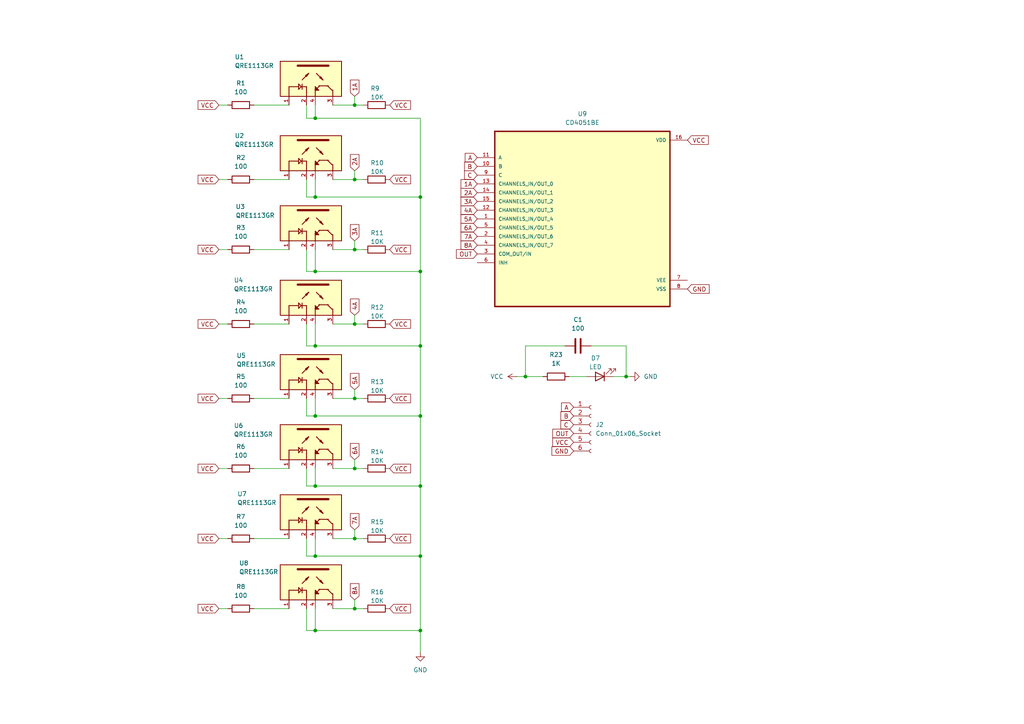
<source format=kicad_sch>
(kicad_sch (version 20231120) (generator "eeschema") (generator_version "8.0")
  (paper "A4")
  (lib_symbols
    (symbol "CD4051BE:CD4051BE" (pin_names (offset 1.016))
      (property "Reference" "U" (at -25.4 26.4 0))
      (property "Value" "CD4051BE" (at -25.4 -29.4 0))
      (symbol "CD4051BE_0_0"
        (rectangle (start -25.4 -25.4) (end 25.4 25.4) (stroke (width 0.41)) (fill (type background)))
        (pin input line (at -30.48 0 0) (length 5.08) (name "CHANNELS_IN/OUT_4") (number "1"))
        (pin input line (at -30.48 15.24 0) (length 5.08) (name "B") (number "10"))
        (pin input line (at -30.48 17.78 0) (length 5.08) (name "A") (number "11"))
        (pin input line (at -30.48 2.54 0) (length 5.08) (name "CHANNELS_IN/OUT_3") (number "12"))
        (pin input line (at -30.48 10.16 0) (length 5.08) (name "CHANNELS_IN/OUT_0") (number "13"))
        (pin input line (at -30.48 7.62 0) (length 5.08) (name "CHANNELS_IN/OUT_1") (number "14"))
        (pin input line (at -30.48 5.08 0) (length 5.08) (name "CHANNELS_IN/OUT_2") (number "15"))
        (pin power_in line (at 30.48 22.86 180) (length 5.08) (name "VDD") (number "16"))
        (pin input line (at -30.48 -5.08 0) (length 5.08) (name "CHANNELS_IN/OUT_6") (number "2"))
        (pin input line (at -30.48 -10.16 0) (length 5.08) (name "COM_OUT/IN") (number "3"))
        (pin input line (at -30.48 -7.62 0) (length 5.08) (name "CHANNELS_IN/OUT_7") (number "4"))
        (pin input line (at -30.48 -2.54 0) (length 5.08) (name "CHANNELS_IN/OUT_5") (number "5"))
        (pin input line (at -30.48 -12.7 0) (length 5.08) (name "INH") (number "6"))
        (pin power_in line (at 30.48 -17.78 180) (length 5.08) (name "VEE") (number "7"))
        (pin power_in line (at 30.48 -20.32 180) (length 5.08) (name "VSS") (number "8"))
        (pin input line (at -30.48 12.7 0) (length 5.08) (name "C") (number "9"))
      )
    )
    (symbol "Connector:Conn_01x06_Socket" (pin_names (offset 1.016) hide)
      (property "Reference" "J" (at 0 7.62 0))
      (property "Value" "Conn_01x06_Socket" (at 0 -10.16 0))
      (symbol "Conn_01x06_Socket_1_1"
        (arc (start 0 -7.112) (mid -0.5058 -7.62) (end 0 -8.128) (stroke (width 0.1524)))
        (arc (start 0 -4.572) (mid -0.5058 -5.08) (end 0 -5.588) (stroke (width 0.1524)))
        (arc (start 0 -2.032) (mid -0.5058 -2.54) (end 0 -3.048) (stroke (width 0.1524)))
        (polyline (pts (xy -1.27 -7.62) (xy -0.508 -7.62)) (stroke (width 0.1524)))
        (polyline (pts (xy -1.27 -5.08) (xy -0.508 -5.08)) (stroke (width 0.1524)))
        (polyline (pts (xy -1.27 -2.54) (xy -0.508 -2.54)) (stroke (width 0.1524)))
        (polyline (pts (xy -1.27 0) (xy -0.508 0)) (stroke (width 0.1524)))
        (polyline (pts (xy -1.27 2.54) (xy -0.508 2.54)) (stroke (width 0.1524)))
        (polyline (pts (xy -1.27 5.08) (xy -0.508 5.08)) (stroke (width 0.1524)))
        (arc (start 0 0.508) (mid -0.5058 0) (end 0 -0.508) (stroke (width 0.1524)))
        (arc (start 0 3.048) (mid -0.5058 2.54) (end 0 2.032) (stroke (width 0.1524)))
        (arc (start 0 5.588) (mid -0.5058 5.08) (end 0 4.572) (stroke (width 0.1524)))
        (pin passive line (at -5.08 5.08 0) (length 3.81) (name "Pin_1") (number "1"))
        (pin passive line (at -5.08 2.54 0) (length 3.81) (name "Pin_2") (number "2"))
        (pin passive line (at -5.08 0 0) (length 3.81) (name "Pin_3") (number "3"))
        (pin passive line (at -5.08 -2.54 0) (length 3.81) (name "Pin_4") (number "4"))
        (pin passive line (at -5.08 -5.08 0) (length 3.81) (name "Pin_5") (number "5"))
        (pin passive line (at -5.08 -7.62 0) (length 3.81) (name "Pin_6") (number "6"))
      )
    )
    (symbol "Device:C" (pin_numbers hide) (pin_names (offset 0.254))
      (property "Reference" "C" (at 0.635 2.54 0))
      (property "Value" "C" (at 0.635 -2.54 0))
      (symbol "C_0_1"
        (polyline (pts (xy -2.032 -0.762) (xy 2.032 -0.762)) (stroke (width 0.508)))
        (polyline (pts (xy -2.032 0.762) (xy 2.032 0.762)) (stroke (width 0.508)))
      )
      (symbol "C_1_1"
        (pin passive line (at 0 3.81 270) (length 2.794) (name "~") (number "1"))
        (pin passive line (at 0 -3.81 90) (length 2.794) (name "~") (number "2"))
      )
    )
    (symbol "Device:LED" (pin_numbers hide) (pin_names (offset 1.016) hide)
      (property "Reference" "D" (at 0 2.54 0))
      (property "Value" "LED" (at 0 -2.54 0))
      (symbol "LED_0_1"
        (polyline (pts (xy -1.27 -1.27) (xy -1.27 1.27)) (stroke (width 0.254)))
        (polyline (pts (xy -1.27 0) (xy 1.27 0)))
        (polyline (pts (xy 1.27 -1.27) (xy 1.27 1.27) (xy -1.27 0) (xy 1.27 -1.27)) (stroke (width 0.254)))
        (polyline (pts (xy -3.048 -0.762) (xy -4.572 -2.286) (xy -3.81 -2.286) (xy -4.572 -2.286) (xy -4.572 -1.524)))
        (polyline (pts (xy -1.778 -0.762) (xy -3.302 -2.286) (xy -2.54 -2.286) (xy -3.302 -2.286) (xy -3.302 -1.524)))
      )
      (symbol "LED_1_1"
        (pin passive line (at -3.81 0 0) (length 2.54) (name "K") (number "1"))
        (pin passive line (at 3.81 0 180) (length 2.54) (name "A") (number "2"))
      )
    )
    (symbol "Device:R" (pin_numbers hide) (pin_names (offset 0))
      (property "Reference" "R" (at 2.032 0 90))
      (property "Value" "R" (at 0 0 90))
      (symbol "R_0_1"
        (rectangle (start -1.016 -2.54) (end 1.016 2.54) (stroke (width 0.254)))
      )
      (symbol "R_1_1"
        (pin passive line (at 0 3.81 270) (length 1.27) (name "~") (number "1"))
        (pin passive line (at 0 -3.81 90) (length 1.27) (name "~") (number "2"))
      )
    )
    (symbol "QRE1113GR:QRE1113GR" (pin_names (offset 1.016))
      (property "Reference" "U" (at -5.08 10.795 0))
      (property "Value" "QRE1113GR" (at -5.08 -10.16 0))
      (symbol "QRE1113GR_0_0"
        (rectangle (start -5.08 -7.62) (end 5.08 10.16) (stroke (width 0.254)) (fill (type background)))
        (polyline (pts (xy -3.81 6.35) (xy -3.81 -2.54)) (stroke (width 0.635)))
        (polyline (pts (xy -1.5875 0.635) (xy -0.9525 -0.3175)) (stroke (width 0.254)))
        (polyline (pts (xy -1.5875 0.635) (xy -0.635 0)) (stroke (width 0.254)))
        (polyline (pts (xy -1.5875 2.8575) (xy 0.3175 4.7625)) (stroke (width 0.254)))
        (polyline (pts (xy 0.3175 -1.27) (xy -1.5875 0.635)) (stroke (width 0.254)))
        (polyline (pts (xy 0.3175 4.7625) (xy -0.635 4.1275)) (stroke (width 0.254)))
        (polyline (pts (xy 0.3175 4.7625) (xy -0.3175 3.81)) (stroke (width 0.254)))
        (polyline (pts (xy 2.032 3.81) (xy 2.032 3.556)) (stroke (width 0.254)))
        (polyline (pts (xy 2.032 3.81) (xy 3.302 2.54)) (stroke (width 0.254)))
        (polyline (pts (xy 2.032 6.096) (xy 2.032 3.81)) (stroke (width 0.254)))
        (polyline (pts (xy 2.032 6.096) (xy 2.032 6.35)) (stroke (width 0.254)))
        (polyline (pts (xy 2.286 -5.08) (xy 2.286 -2.286)) (stroke (width 0.254)))
        (polyline (pts (xy 2.286 -2.286) (xy 1.524 -2.286)) (stroke (width 0.254)))
        (polyline (pts (xy 2.286 -2.286) (xy 3.048 -2.286)) (stroke (width 0.254)))
        (polyline (pts (xy 2.286 -1.524) (xy 1.524 -2.286)) (stroke (width 0.254)))
        (polyline (pts (xy 2.286 -1.27) (xy 2.286 0)) (stroke (width 0.254)))
        (polyline (pts (xy 2.286 0) (xy 5.08 0)) (stroke (width 0.254)))
        (polyline (pts (xy 2.286 2.54) (xy 3.048 2.54)) (stroke (width 0.254)))
        (polyline (pts (xy 2.54 2.794) (xy 2.286 2.54)) (stroke (width 0.254)))
        (polyline (pts (xy 2.54 2.794) (xy 2.794 2.794)) (stroke (width 0.254)))
        (polyline (pts (xy 2.794 2.794) (xy 3.048 2.54)) (stroke (width 0.254)))
        (polyline (pts (xy 3.048 -2.286) (xy 2.286 -1.524)) (stroke (width 0.254)))
        (polyline (pts (xy 3.048 -1.27) (xy 1.524 -1.27)) (stroke (width 0.254)))
        (polyline (pts (xy 3.048 2.54) (xy 3.048 3.048)) (stroke (width 0.254)))
        (polyline (pts (xy 3.048 2.54) (xy 3.302 2.54)) (stroke (width 0.254)))
        (polyline (pts (xy 3.048 3.048) (xy 2.794 2.794)) (stroke (width 0.254)))
        (polyline (pts (xy 3.048 3.048) (xy 3.302 3.302)) (stroke (width 0.254)))
        (polyline (pts (xy 3.302 2.54) (xy 3.302 2.794)) (stroke (width 0.254)))
        (polyline (pts (xy 3.302 2.54) (xy 5.08 2.54)) (stroke (width 0.254)))
        (polyline (pts (xy 3.302 2.794) (xy 3.048 3.048)) (stroke (width 0.254)))
        (polyline (pts (xy 3.302 2.794) (xy 3.302 3.302)) (stroke (width 0.254)))
        (polyline (pts (xy 3.302 3.302) (xy 3.302 3.556)) (stroke (width 0.254)))
        (polyline (pts (xy 3.302 3.556) (xy 2.54 2.794)) (stroke (width 0.254)))
        (polyline (pts (xy 3.302 7.366) (xy 2.032 6.096)) (stroke (width 0.254)))
        (polyline (pts (xy 3.302 7.62) (xy 3.302 7.366)) (stroke (width 0.254)))
        (polyline (pts (xy 5.08 -5.08) (xy 2.286 -5.08)) (stroke (width 0.254)))
        (polyline (pts (xy 5.08 7.62) (xy 3.302 7.62)) (stroke (width 0.254)))
        (pin passive line (at 7.62 -5.08 180) (length 2.54) (name "~") (number "1"))
        (pin passive line (at 7.62 0 180) (length 2.54) (name "~") (number "2"))
        (pin passive line (at 7.62 7.62 180) (length 2.54) (name "~") (number "3"))
        (pin passive line (at 7.62 2.54 180) (length 2.54) (name "~") (number "4"))
      )
    )
    (symbol "power:GND" (power) (pin_numbers hide) (pin_names (offset 0) hide)
      (property "Value" "GND" (at 0 -3.81 0))
      (symbol "GND_0_1"
        (polyline (pts (xy 0 0) (xy 0 -1.27) (xy 1.27 -1.27) (xy 0 -2.54) (xy -1.27 -1.27) (xy 0 -1.27)))
      )
      (symbol "GND_1_1"
        (pin power_in line (at 0 0 270) (length 0) (name "~") (number "1"))
      )
    )
    (symbol "power:VCC" (power) (pin_numbers hide) (pin_names (offset 0) hide)
      (property "Value" "VCC" (at 0 3.556 0))
      (symbol "VCC_0_1"
        (polyline (pts (xy -0.762 1.27) (xy 0 2.54)))
        (polyline (pts (xy 0 0) (xy 0 2.54)))
        (polyline (pts (xy 0 2.54) (xy 0.762 1.27)))
      )
      (symbol "VCC_1_1"
        (pin power_in line (at 0 0 90) (length 0) (name "~") (number "1"))
      )
    )
  )
  (junction (at 102.87 52.07))
  (junction (at 121.92 78.74))
  (junction (at 91.44 161.29))
  (junction (at 152.4 109.22))
  (junction (at 102.87 156.21))
  (junction (at 121.92 182.88))
  (junction (at 102.87 176.53))
  (junction (at 121.92 57.15))
  (junction (at 121.92 161.29))
  (junction (at 91.44 57.15))
  (junction (at 121.92 140.97))
  (junction (at 91.44 78.74))
  (junction (at 102.87 30.48))
  (junction (at 102.87 93.98))
  (junction (at 102.87 72.39))
  (junction (at 91.44 120.65))
  (junction (at 102.87 115.57))
  (junction (at 91.44 182.88))
  (junction (at 121.92 100.33))
  (junction (at 91.44 100.33))
  (junction (at 121.92 120.65))
  (junction (at 91.44 34.29))
  (junction (at 102.87 135.89))
  (junction (at 181.61 109.22))
  (junction (at 91.44 140.97))
  (wire (pts (xy 73.66 115.57) (xy 83.82 115.57)))
  (wire (pts (xy 102.87 173.99) (xy 102.87 176.53)))
  (wire (pts (xy 96.52 115.57) (xy 102.87 115.57)))
  (wire (pts (xy 177.8 109.22) (xy 181.61 109.22)))
  (wire (pts (xy 152.4 100.33) (xy 163.83 100.33)))
  (wire (pts (xy 102.87 135.89) (xy 105.41 135.89)))
  (wire (pts (xy 91.44 161.29) (xy 121.92 161.29)))
  (wire (pts (xy 88.9 140.97) (xy 91.44 140.97)))
  (wire (pts (xy 102.87 69.85) (xy 102.87 72.39)))
  (wire (pts (xy 63.5 176.53) (xy 66.04 176.53)))
  (wire (pts (xy 88.9 100.33) (xy 91.44 100.33)))
  (wire (pts (xy 102.87 113.03) (xy 102.87 115.57)))
  (wire (pts (xy 96.52 93.98) (xy 102.87 93.98)))
  (wire (pts (xy 88.9 156.21) (xy 88.9 161.29)))
  (wire (pts (xy 121.92 120.65) (xy 121.92 140.97)))
  (wire (pts (xy 102.87 91.44) (xy 102.87 93.98)))
  (wire (pts (xy 88.9 182.88) (xy 91.44 182.88)))
  (wire (pts (xy 96.52 72.39) (xy 102.87 72.39)))
  (wire (pts (xy 96.52 135.89) (xy 102.87 135.89)))
  (wire (pts (xy 73.66 30.48) (xy 83.82 30.48)))
  (wire (pts (xy 165.1 109.22) (xy 170.18 109.22)))
  (wire (pts (xy 73.66 52.07) (xy 83.82 52.07)))
  (wire (pts (xy 73.66 93.98) (xy 83.82 93.98)))
  (wire (pts (xy 91.44 57.15) (xy 121.92 57.15)))
  (wire (pts (xy 102.87 115.57) (xy 105.41 115.57)))
  (wire (pts (xy 88.9 161.29) (xy 91.44 161.29)))
  (wire (pts (xy 88.9 176.53) (xy 88.9 182.88)))
  (wire (pts (xy 102.87 30.48) (xy 105.41 30.48)))
  (wire (pts (xy 91.44 135.89) (xy 91.44 140.97)))
  (wire (pts (xy 149.86 109.22) (xy 152.4 109.22)))
  (wire (pts (xy 96.52 52.07) (xy 102.87 52.07)))
  (wire (pts (xy 102.87 72.39) (xy 105.41 72.39)))
  (wire (pts (xy 121.92 78.74) (xy 121.92 100.33)))
  (wire (pts (xy 88.9 115.57) (xy 88.9 120.65)))
  (wire (pts (xy 91.44 156.21) (xy 91.44 161.29)))
  (wire (pts (xy 88.9 78.74) (xy 91.44 78.74)))
  (wire (pts (xy 88.9 72.39) (xy 88.9 78.74)))
  (wire (pts (xy 181.61 100.33) (xy 181.61 109.22)))
  (wire (pts (xy 91.44 34.29) (xy 121.92 34.29)))
  (wire (pts (xy 121.92 100.33) (xy 121.92 120.65)))
  (wire (pts (xy 63.5 115.57) (xy 66.04 115.57)))
  (wire (pts (xy 121.92 182.88) (xy 121.92 189.23)))
  (wire (pts (xy 88.9 52.07) (xy 88.9 57.15)))
  (wire (pts (xy 152.4 109.22) (xy 157.48 109.22)))
  (wire (pts (xy 181.61 109.22) (xy 182.88 109.22)))
  (wire (pts (xy 121.92 34.29) (xy 121.92 57.15)))
  (wire (pts (xy 88.9 34.29) (xy 88.9 30.48)))
  (wire (pts (xy 102.87 27.94) (xy 102.87 30.48)))
  (wire (pts (xy 63.5 156.21) (xy 66.04 156.21)))
  (wire (pts (xy 91.44 30.48) (xy 91.44 34.29)))
  (wire (pts (xy 96.52 176.53) (xy 102.87 176.53)))
  (wire (pts (xy 63.5 72.39) (xy 66.04 72.39)))
  (wire (pts (xy 91.44 72.39) (xy 91.44 78.74)))
  (wire (pts (xy 102.87 52.07) (xy 105.41 52.07)))
  (wire (pts (xy 88.9 120.65) (xy 91.44 120.65)))
  (wire (pts (xy 102.87 176.53) (xy 105.41 176.53)))
  (wire (pts (xy 102.87 133.35) (xy 102.87 135.89)))
  (wire (pts (xy 102.87 156.21) (xy 105.41 156.21)))
  (wire (pts (xy 91.44 140.97) (xy 121.92 140.97)))
  (wire (pts (xy 102.87 153.67) (xy 102.87 156.21)))
  (wire (pts (xy 96.52 30.48) (xy 102.87 30.48)))
  (wire (pts (xy 88.9 135.89) (xy 88.9 140.97)))
  (wire (pts (xy 91.44 182.88) (xy 121.92 182.88)))
  (wire (pts (xy 73.66 72.39) (xy 83.82 72.39)))
  (wire (pts (xy 121.92 161.29) (xy 121.92 182.88)))
  (wire (pts (xy 88.9 93.98) (xy 88.9 100.33)))
  (wire (pts (xy 63.5 52.07) (xy 66.04 52.07)))
  (wire (pts (xy 121.92 140.97) (xy 121.92 161.29)))
  (wire (pts (xy 73.66 156.21) (xy 83.82 156.21)))
  (wire (pts (xy 91.44 176.53) (xy 91.44 182.88)))
  (wire (pts (xy 73.66 176.53) (xy 83.82 176.53)))
  (wire (pts (xy 91.44 52.07) (xy 91.44 57.15)))
  (wire (pts (xy 63.5 135.89) (xy 66.04 135.89)))
  (wire (pts (xy 152.4 100.33) (xy 152.4 109.22)))
  (wire (pts (xy 63.5 93.98) (xy 66.04 93.98)))
  (wire (pts (xy 73.66 135.89) (xy 83.82 135.89)))
  (wire (pts (xy 63.5 30.48) (xy 66.04 30.48)))
  (wire (pts (xy 121.92 57.15) (xy 121.92 78.74)))
  (wire (pts (xy 91.44 100.33) (xy 121.92 100.33)))
  (wire (pts (xy 102.87 93.98) (xy 105.41 93.98)))
  (wire (pts (xy 171.45 100.33) (xy 181.61 100.33)))
  (wire (pts (xy 96.52 156.21) (xy 102.87 156.21)))
  (wire (pts (xy 91.44 120.65) (xy 121.92 120.65)))
  (wire (pts (xy 91.44 115.57) (xy 91.44 120.65)))
  (wire (pts (xy 91.44 93.98) (xy 91.44 100.33)))
  (wire (pts (xy 88.9 57.15) (xy 91.44 57.15)))
  (wire (pts (xy 88.9 34.29) (xy 91.44 34.29)))
  (wire (pts (xy 91.44 78.74) (xy 121.92 78.74)))
  (wire (pts (xy 102.87 49.53) (xy 102.87 52.07)))
  (global_label "4A" (shape input) (at 138.43 60.96 180) (property "Intersheetrefs" "${INTERSHEET_REFS}" (effects (hide yes))))
  (global_label "8A" (shape input) (at 138.43 71.12 180) (property "Intersheetrefs" "${INTERSHEET_REFS}" (effects (hide yes))))
  (global_label "8A" (shape input) (at 102.87 173.99 90) (property "Intersheetrefs" "${INTERSHEET_REFS}" (effects (hide yes))))
  (global_label "7A" (shape input) (at 102.87 153.67 90) (property "Intersheetrefs" "${INTERSHEET_REFS}" (effects (hide yes))))
  (global_label "1A" (shape input) (at 102.87 27.94 90) (property "Intersheetrefs" "${INTERSHEET_REFS}" (effects (hide yes))))
  (global_label "VCC" (shape input) (at 113.03 30.48 0) (property "Intersheetrefs" "${INTERSHEET_REFS}" (effects (hide yes))))
  (global_label "GND" (shape input) (at 199.39 83.82 0) (property "Intersheetrefs" "${INTERSHEET_REFS}" (effects (hide yes))))
  (global_label "VCC" (shape input) (at 113.03 93.98 0) (property "Intersheetrefs" "${INTERSHEET_REFS}" (effects (hide yes))))
  (global_label "VCC" (shape input) (at 113.03 135.89 0) (property "Intersheetrefs" "${INTERSHEET_REFS}" (effects (hide yes))))
  (global_label "3A" (shape input) (at 102.87 69.85 90) (property "Intersheetrefs" "${INTERSHEET_REFS}" (effects (hide yes))))
  (global_label "GND" (shape input) (at 166.37 130.81 180) (property "Intersheetrefs" "${INTERSHEET_REFS}" (effects (hide yes))))
  (global_label "VCC" (shape input) (at 199.39 40.64 0) (property "Intersheetrefs" "${INTERSHEET_REFS}" (effects (hide yes))))
  (global_label "C" (shape input) (at 166.37 123.19 180) (property "Intersheetrefs" "${INTERSHEET_REFS}" (effects (hide yes))))
  (global_label "VCC" (shape input) (at 166.37 128.27 180) (property "Intersheetrefs" "${INTERSHEET_REFS}" (effects (hide yes))))
  (global_label "VCC" (shape input) (at 63.5 135.89 180) (property "Intersheetrefs" "${INTERSHEET_REFS}" (effects (hide yes))))
  (global_label "VCC" (shape input) (at 63.5 72.39 180) (property "Intersheetrefs" "${INTERSHEET_REFS}" (effects (hide yes))))
  (global_label "6A" (shape input) (at 102.87 133.35 90) (property "Intersheetrefs" "${INTERSHEET_REFS}" (effects (hide yes))))
  (global_label "A" (shape input) (at 138.43 45.72 180) (property "Intersheetrefs" "${INTERSHEET_REFS}" (effects (hide yes))))
  (global_label "VCC" (shape input) (at 113.03 156.21 0) (property "Intersheetrefs" "${INTERSHEET_REFS}" (effects (hide yes))))
  (global_label "VCC" (shape input) (at 63.5 115.57 180) (property "Intersheetrefs" "${INTERSHEET_REFS}" (effects (hide yes))))
  (global_label "2A" (shape input) (at 102.87 49.53 90) (property "Intersheetrefs" "${INTERSHEET_REFS}" (effects (hide yes))))
  (global_label "B" (shape input) (at 138.43 48.26 180) (property "Intersheetrefs" "${INTERSHEET_REFS}" (effects (hide yes))))
  (global_label "6A" (shape input) (at 138.43 66.04 180) (property "Intersheetrefs" "${INTERSHEET_REFS}" (effects (hide yes))))
  (global_label "2A" (shape input) (at 138.43 55.88 180) (property "Intersheetrefs" "${INTERSHEET_REFS}" (effects (hide yes))))
  (global_label "VCC" (shape input) (at 63.5 176.53 180) (property "Intersheetrefs" "${INTERSHEET_REFS}" (effects (hide yes))))
  (global_label "VCC" (shape input) (at 113.03 115.57 0) (property "Intersheetrefs" "${INTERSHEET_REFS}" (effects (hide yes))))
  (global_label "VCC" (shape input) (at 113.03 52.07 0) (property "Intersheetrefs" "${INTERSHEET_REFS}" (effects (hide yes))))
  (global_label "B" (shape input) (at 166.37 120.65 180) (property "Intersheetrefs" "${INTERSHEET_REFS}" (effects (hide yes))))
  (global_label "VCC" (shape input) (at 113.03 176.53 0) (property "Intersheetrefs" "${INTERSHEET_REFS}" (effects (hide yes))))
  (global_label "C" (shape input) (at 138.43 50.8 180) (property "Intersheetrefs" "${INTERSHEET_REFS}" (effects (hide yes))))
  (global_label "VCC" (shape input) (at 63.5 30.48 180) (property "Intersheetrefs" "${INTERSHEET_REFS}" (effects (hide yes))))
  (global_label "7A" (shape input) (at 138.43 68.58 180) (property "Intersheetrefs" "${INTERSHEET_REFS}" (effects (hide yes))))
  (global_label "5A" (shape input) (at 102.87 113.03 90) (property "Intersheetrefs" "${INTERSHEET_REFS}" (effects (hide yes))))
  (global_label "A" (shape input) (at 166.37 118.11 180) (property "Intersheetrefs" "${INTERSHEET_REFS}" (effects (hide yes))))
  (global_label "1A" (shape input) (at 138.43 53.34 180) (property "Intersheetrefs" "${INTERSHEET_REFS}" (effects (hide yes))))
  (global_label "OUT" (shape input) (at 138.43 73.66 180) (property "Intersheetrefs" "${INTERSHEET_REFS}" (effects (hide yes))))
  (global_label "VCC" (shape input) (at 63.5 52.07 180) (property "Intersheetrefs" "${INTERSHEET_REFS}" (effects (hide yes))))
  (global_label "5A" (shape input) (at 138.43 63.5 180) (property "Intersheetrefs" "${INTERSHEET_REFS}" (effects (hide yes))))
  (global_label "3A" (shape input) (at 138.43 58.42 180) (property "Intersheetrefs" "${INTERSHEET_REFS}" (effects (hide yes))))
  (global_label "VCC" (shape input) (at 113.03 72.39 0) (property "Intersheetrefs" "${INTERSHEET_REFS}" (effects (hide yes))))
  (global_label "OUT" (shape input) (at 166.37 125.73 180) (property "Intersheetrefs" "${INTERSHEET_REFS}" (effects (hide yes))))
  (global_label "4A" (shape input) (at 102.87 91.44 90) (property "Intersheetrefs" "${INTERSHEET_REFS}" (effects (hide yes))))
  (global_label "VCC" (shape input) (at 63.5 156.21 180) (property "Intersheetrefs" "${INTERSHEET_REFS}" (effects (hide yes))))
  (global_label "VCC" (shape input) (at 63.5 93.98 180) (property "Intersheetrefs" "${INTERSHEET_REFS}" (effects (hide yes))))
  (symbol (lib_id "power:GND") (at 121.92 189.23 0) (unit 1)
    (property "Reference" "#PWR01" (effects (hide yes)))
    (property "Value" "GND" (at 121.92 194.31 0))
    (property "Description" "Power symbol creates a global label with name \"GND\" , ground" (effects (hide yes)))
  )
  (symbol (lib_id "QRE1113GR:QRE1113GR") (at 88.9 64.77 270) (unit 1)
    (property "Reference" "U3" (at 68.326 59.944 90) (effects (justify left)))
    (property "Value" "QRE1113GR" (at 68.326 62.484 90) (effects (justify left)))
    (property "Footprint" "QRE1113GR:SOIC180P460X187-4N" (effects (hide yes)))
    (property "MF" "onsemi" (effects (hide yes)))
    (property "DESCRIPTION" "QRE1113 Series 30 V 50 mA Miniature Reflective Object Sensor - SMD-4" (effects (hide yes)))
    (property "PACKAGE" "SMD-4 ON Semiconductor" (effects (hide yes)))
    (property "PRICE" "None" (effects (hide yes)))
    (property "Package" "ARUSM-313-4 ON Semiconductor" (effects (hide yes)))
    (property "Check_prices" "https://www.snapeda.com/parts/QRE1113GR/Onsemi/view-part/?ref=eda" (effects (hide yes)))
    (property "STANDARD" "IPC-7351B" (effects (hide yes)))
    (property "PARTREV" "5" (effects (hide yes)))
    (property "SnapEDA_Link" "https://www.snapeda.com/parts/QRE1113GR/Onsemi/view-part/?ref=snap" (effects (hide yes)))
    (property "MP" "QRE1113GR" (effects (hide yes)))
    (property "Price" "None" (effects (hide yes)))
    (property "Description_1" "\n                        \n                            Reflective Optical Sensor 0.039 (1mm) 4-SMD, Gull Wing\n                        \n" (effects (hide yes)))
    (property "Availability" "In Stock" (effects (hide yes)))
    (property "AVAILABILITY" "Unavailable" (effects (hide yes)))
    (property "MANUFACTURER" "ON Semiconductor" (effects (hide yes)))
  )
  (symbol (lib_id "power:VCC") (at 149.86 109.22 90) (unit 1)
    (property "Reference" "#PWR04" (effects (hide yes)))
    (property "Value" "VCC" (at 146.05 109.2199 90) (effects (justify left)))
    (property "Description" "Power symbol creates a global label with name \"VCC\"" (effects (hide yes)))
  )
  (symbol (lib_id "Device:R") (at 161.29 109.22 90) (unit 1)
    (property "Reference" "R23" (at 161.29 102.87 90))
    (property "Value" "1K" (at 161.29 105.41 90))
    (property "Footprint" "Resistor_SMD:R_0201_0603Metric" (effects (hide yes)))
    (property "Description" "Resistor" (effects (hide yes)))
  )
  (symbol (lib_id "Device:R") (at 69.85 156.21 90) (unit 1)
    (property "Reference" "R7" (at 69.85 149.86 90))
    (property "Value" "100" (at 69.85 152.4 90))
    (property "Footprint" "Resistor_SMD:R_0201_0603Metric" (effects (hide yes)))
    (property "Description" "Resistor" (effects (hide yes)))
  )
  (symbol (lib_id "Device:R") (at 69.85 30.48 90) (unit 1)
    (property "Reference" "R1" (at 69.85 24.13 90))
    (property "Value" "100" (at 69.85 26.67 90))
    (property "Footprint" "Resistor_SMD:R_0201_0603Metric" (effects (hide yes)))
    (property "Description" "Resistor" (effects (hide yes)))
  )
  (symbol (lib_id "Device:R") (at 69.85 72.39 90) (unit 1)
    (property "Reference" "R3" (at 69.85 66.04 90))
    (property "Value" "100" (at 69.85 68.58 90))
    (property "Footprint" "Resistor_SMD:R_0201_0603Metric" (effects (hide yes)))
    (property "Description" "Resistor" (effects (hide yes)))
  )
  (symbol (lib_id "Device:C") (at 167.64 100.33 90) (unit 1)
    (property "Reference" "C1" (at 167.64 92.71 90))
    (property "Value" "100" (at 167.64 95.25 90))
    (property "Footprint" "Capacitor_SMD:CP_Elec_3x5.3" (effects (hide yes)))
    (property "Description" "Unpolarized capacitor" (effects (hide yes)))
  )
  (symbol (lib_id "QRE1113GR:QRE1113GR") (at 88.9 128.27 270) (unit 1)
    (property "Reference" "U6" (at 67.818 123.444 90) (effects (justify left)))
    (property "Value" "QRE1113GR" (at 67.818 125.984 90) (effects (justify left)))
    (property "Footprint" "QRE1113GR:SOIC180P460X187-4N" (effects (hide yes)))
    (property "MF" "onsemi" (effects (hide yes)))
    (property "DESCRIPTION" "QRE1113 Series 30 V 50 mA Miniature Reflective Object Sensor - SMD-4" (effects (hide yes)))
    (property "PACKAGE" "SMD-4 ON Semiconductor" (effects (hide yes)))
    (property "PRICE" "None" (effects (hide yes)))
    (property "Package" "ARUSM-313-4 ON Semiconductor" (effects (hide yes)))
    (property "Check_prices" "https://www.snapeda.com/parts/QRE1113GR/Onsemi/view-part/?ref=eda" (effects (hide yes)))
    (property "STANDARD" "IPC-7351B" (effects (hide yes)))
    (property "PARTREV" "5" (effects (hide yes)))
    (property "SnapEDA_Link" "https://www.snapeda.com/parts/QRE1113GR/Onsemi/view-part/?ref=snap" (effects (hide yes)))
    (property "MP" "QRE1113GR" (effects (hide yes)))
    (property "Price" "None" (effects (hide yes)))
    (property "Description_1" "\n                        \n                            Reflective Optical Sensor 0.039 (1mm) 4-SMD, Gull Wing\n                        \n" (effects (hide yes)))
    (property "Availability" "In Stock" (effects (hide yes)))
    (property "AVAILABILITY" "Unavailable" (effects (hide yes)))
    (property "MANUFACTURER" "ON Semiconductor" (effects (hide yes)))
  )
  (symbol (lib_id "Device:R") (at 69.85 176.53 90) (unit 1)
    (property "Reference" "R8" (at 69.85 170.18 90))
    (property "Value" "100" (at 69.85 172.72 90))
    (property "Footprint" "Resistor_SMD:R_0201_0603Metric" (effects (hide yes)))
    (property "Description" "Resistor" (effects (hide yes)))
  )
  (symbol (lib_id "QRE1113GR:QRE1113GR") (at 88.9 107.95 270) (unit 1)
    (property "Reference" "U5" (at 68.58 103.124 90) (effects (justify left)))
    (property "Value" "QRE1113GR" (at 68.58 105.664 90) (effects (justify left)))
    (property "Footprint" "QRE1113GR:SOIC180P460X187-4N" (effects (hide yes)))
    (property "MF" "onsemi" (effects (hide yes)))
    (property "DESCRIPTION" "QRE1113 Series 30 V 50 mA Miniature Reflective Object Sensor - SMD-4" (effects (hide yes)))
    (property "PACKAGE" "SMD-4 ON Semiconductor" (effects (hide yes)))
    (property "PRICE" "None" (effects (hide yes)))
    (property "Package" "ARUSM-313-4 ON Semiconductor" (effects (hide yes)))
    (property "Check_prices" "https://www.snapeda.com/parts/QRE1113GR/Onsemi/view-part/?ref=eda" (effects (hide yes)))
    (property "STANDARD" "IPC-7351B" (effects (hide yes)))
    (property "PARTREV" "5" (effects (hide yes)))
    (property "SnapEDA_Link" "https://www.snapeda.com/parts/QRE1113GR/Onsemi/view-part/?ref=snap" (effects (hide yes)))
    (property "MP" "QRE1113GR" (effects (hide yes)))
    (property "Price" "None" (effects (hide yes)))
    (property "Description_1" "\n                        \n                            Reflective Optical Sensor 0.039 (1mm) 4-SMD, Gull Wing\n                        \n" (effects (hide yes)))
    (property "Availability" "In Stock" (effects (hide yes)))
    (property "AVAILABILITY" "Unavailable" (effects (hide yes)))
    (property "MANUFACTURER" "ON Semiconductor" (effects (hide yes)))
  )
  (symbol (lib_id "CD4051BE:CD4051BE") (at 168.91 63.5 0) (unit 1)
    (property "Reference" "U9" (at 168.91 33.02 0))
    (property "Value" "CD4051BE" (at 168.91 35.56 0))
    (property "Footprint" "CD4051BE:DIP794W45P254L1969H508Q16" (effects (hide yes)))
    (property "MF" "Texas Instruments" (effects (hide yes)))
    (property "Description_1" "\n                        \n                            20-V, 8:1, 1-channel analog multiplexer with logic-level conversion\n                        \n" (effects (hide yes)))
    (property "Package" "PDIP-16 Texas Instruments" (effects (hide yes)))
    (property "Price" "None" (effects (hide yes)))
    (property "SnapEDA_Link" "https://www.snapeda.com/parts/CD4051BE/Texas+Instruments/view-part/?ref=snap" (effects (hide yes)))
    (property "MP" "CD4051BE" (effects (hide yes)))
    (property "Availability" "In Stock" (effects (hide yes)))
    (property "Check_prices" "https://www.snapeda.com/parts/CD4051BE/Texas+Instruments/view-part/?ref=eda" (effects (hide yes)))
  )
  (symbol (lib_id "Device:R") (at 69.85 135.89 90) (unit 1)
    (property "Reference" "R6" (at 69.85 129.54 90))
    (property "Value" "100" (at 69.85 132.08 90))
    (property "Footprint" "Resistor_SMD:R_0201_0603Metric" (effects (hide yes)))
    (property "Description" "Resistor" (effects (hide yes)))
  )
  (symbol (lib_id "Device:R") (at 109.22 156.21 270) (unit 1)
    (property "Reference" "R15" (at 107.442 151.384 90) (effects (justify left)))
    (property "Value" "10K" (at 107.442 153.924 90) (effects (justify left)))
    (property "Footprint" "Resistor_SMD:R_0201_0603Metric" (effects (hide yes)))
    (property "Description" "Resistor" (effects (hide yes)))
  )
  (symbol (lib_id "Device:R") (at 109.22 115.57 270) (unit 1)
    (property "Reference" "R13" (at 107.442 110.744 90) (effects (justify left)))
    (property "Value" "10K" (at 107.442 113.284 90) (effects (justify left)))
    (property "Footprint" "Resistor_SMD:R_0201_0603Metric" (effects (hide yes)))
    (property "Description" "Resistor" (effects (hide yes)))
  )
  (symbol (lib_id "QRE1113GR:QRE1113GR") (at 88.9 86.36 270) (unit 1)
    (property "Reference" "U4" (at 67.818 81.28 90) (effects (justify left)))
    (property "Value" "QRE1113GR" (at 67.818 83.82 90) (effects (justify left)))
    (property "Footprint" "QRE1113GR:SOIC180P460X187-4N" (effects (hide yes)))
    (property "MF" "onsemi" (effects (hide yes)))
    (property "DESCRIPTION" "QRE1113 Series 30 V 50 mA Miniature Reflective Object Sensor - SMD-4" (effects (hide yes)))
    (property "PACKAGE" "SMD-4 ON Semiconductor" (effects (hide yes)))
    (property "PRICE" "None" (effects (hide yes)))
    (property "Package" "ARUSM-313-4 ON Semiconductor" (effects (hide yes)))
    (property "Check_prices" "https://www.snapeda.com/parts/QRE1113GR/Onsemi/view-part/?ref=eda" (effects (hide yes)))
    (property "STANDARD" "IPC-7351B" (effects (hide yes)))
    (property "PARTREV" "5" (effects (hide yes)))
    (property "SnapEDA_Link" "https://www.snapeda.com/parts/QRE1113GR/Onsemi/view-part/?ref=snap" (effects (hide yes)))
    (property "MP" "QRE1113GR" (effects (hide yes)))
    (property "Price" "None" (effects (hide yes)))
    (property "Description_1" "\n                        \n                            Reflective Optical Sensor 0.039 (1mm) 4-SMD, Gull Wing\n                        \n" (effects (hide yes)))
    (property "Availability" "In Stock" (effects (hide yes)))
    (property "AVAILABILITY" "Unavailable" (effects (hide yes)))
    (property "MANUFACTURER" "ON Semiconductor" (effects (hide yes)))
  )
  (symbol (lib_id "Device:R") (at 109.22 52.07 270) (unit 1)
    (property "Reference" "R10" (at 107.442 47.244 90) (effects (justify left)))
    (property "Value" "10K" (at 107.442 49.784 90) (effects (justify left)))
    (property "Footprint" "Resistor_SMD:R_0201_0603Metric" (effects (hide yes)))
    (property "Description" "Resistor" (effects (hide yes)))
  )
  (symbol (lib_id "Device:R") (at 109.22 176.53 270) (unit 1)
    (property "Reference" "R16" (at 107.442 171.704 90) (effects (justify left)))
    (property "Value" "10K" (at 107.442 174.244 90) (effects (justify left)))
    (property "Footprint" "Resistor_SMD:R_0201_0603Metric" (effects (hide yes)))
    (property "Description" "Resistor" (effects (hide yes)))
  )
  (symbol (lib_id "power:GND") (at 182.88 109.22 90) (unit 1)
    (property "Reference" "#PWR05" (effects (hide yes)))
    (property "Value" "GND" (at 186.69 109.2199 90) (effects (justify right)))
    (property "Description" "Power symbol creates a global label with name \"GND\" , ground" (effects (hide yes)))
  )
  (symbol (lib_id "Device:R") (at 69.85 93.98 90) (unit 1)
    (property "Reference" "R4" (at 69.85 87.63 90))
    (property "Value" "100" (at 69.85 90.17 90))
    (property "Footprint" "Resistor_SMD:R_0201_0603Metric" (effects (hide yes)))
    (property "Description" "Resistor" (effects (hide yes)))
  )
  (symbol (lib_id "Device:R") (at 109.22 93.98 270) (unit 1)
    (property "Reference" "R12" (at 107.442 89.154 90) (effects (justify left)))
    (property "Value" "10K" (at 107.442 91.694 90) (effects (justify left)))
    (property "Footprint" "Resistor_SMD:R_0201_0603Metric" (effects (hide yes)))
    (property "Description" "Resistor" (effects (hide yes)))
  )
  (symbol (lib_id "Device:LED") (at 173.99 109.22 180) (unit 1)
    (property "Reference" "D7" (at 172.72 103.886 0))
    (property "Value" "LED" (at 172.72 106.426 0))
    (property "Footprint" "Diode_SMD:D_0201_0603Metric" (effects (hide yes)))
    (property "Description" "Light emitting diode" (effects (hide yes)))
  )
  (symbol (lib_id "QRE1113GR:QRE1113GR") (at 88.9 44.45 270) (unit 1)
    (property "Reference" "U2" (at 68.072 39.37 90) (effects (justify left)))
    (property "Value" "QRE1113GR" (at 68.072 41.91 90) (effects (justify left)))
    (property "Footprint" "QRE1113GR:SOIC180P460X187-4N" (effects (hide yes)))
    (property "MF" "onsemi" (effects (hide yes)))
    (property "DESCRIPTION" "QRE1113 Series 30 V 50 mA Miniature Reflective Object Sensor - SMD-4" (effects (hide yes)))
    (property "PACKAGE" "SMD-4 ON Semiconductor" (effects (hide yes)))
    (property "PRICE" "None" (effects (hide yes)))
    (property "Package" "ARUSM-313-4 ON Semiconductor" (effects (hide yes)))
    (property "Check_prices" "https://www.snapeda.com/parts/QRE1113GR/Onsemi/view-part/?ref=eda" (effects (hide yes)))
    (property "STANDARD" "IPC-7351B" (effects (hide yes)))
    (property "PARTREV" "5" (effects (hide yes)))
    (property "SnapEDA_Link" "https://www.snapeda.com/parts/QRE1113GR/Onsemi/view-part/?ref=snap" (effects (hide yes)))
    (property "MP" "QRE1113GR" (effects (hide yes)))
    (property "Price" "None" (effects (hide yes)))
    (property "Description_1" "\n                        \n                            Reflective Optical Sensor 0.039 (1mm) 4-SMD, Gull Wing\n                        \n" (effects (hide yes)))
    (property "Availability" "In Stock" (effects (hide yes)))
    (property "AVAILABILITY" "Unavailable" (effects (hide yes)))
    (property "MANUFACTURER" "ON Semiconductor" (effects (hide yes)))
  )
  (symbol (lib_id "Connector:Conn_01x06_Socket") (at 171.45 123.19 0) (unit 1)
    (property "Reference" "J2" (at 172.72 123.1899 0) (effects (justify left)))
    (property "Value" "Conn_01x06_Socket" (at 172.72 125.7299 0) (effects (justify left)))
    (property "Footprint" "Connector_JST:JST_XH_S6B-XH-A_1x06_P2.50mm_Horizontal" (effects (hide yes)))
    (property "Description" "Generic connector, single row, 01x06, script generated" (effects (hide yes)))
  )
  (symbol (lib_id "Device:R") (at 109.22 30.48 270) (unit 1)
    (property "Reference" "R9" (at 107.442 25.654 90) (effects (justify left)))
    (property "Value" "10K" (at 107.442 28.194 90) (effects (justify left)))
    (property "Footprint" "Resistor_SMD:R_0201_0603Metric" (effects (hide yes)))
    (property "Description" "Resistor" (effects (hide yes)))
  )
  (symbol (lib_id "Device:R") (at 109.22 135.89 270) (unit 1)
    (property "Reference" "R14" (at 107.442 131.064 90) (effects (justify left)))
    (property "Value" "10K" (at 107.442 133.604 90) (effects (justify left)))
    (property "Footprint" "Resistor_SMD:R_0201_0603Metric" (effects (hide yes)))
    (property "Description" "Resistor" (effects (hide yes)))
  )
  (symbol (lib_id "Device:R") (at 109.22 72.39 270) (unit 1)
    (property "Reference" "R11" (at 107.442 67.564 90) (effects (justify left)))
    (property "Value" "10K" (at 107.442 70.104 90) (effects (justify left)))
    (property "Footprint" "Resistor_SMD:R_0201_0603Metric" (effects (hide yes)))
    (property "Description" "Resistor" (effects (hide yes)))
  )
  (symbol (lib_id "QRE1113GR:QRE1113GR") (at 88.9 168.91 270) (unit 1)
    (property "Reference" "U8" (at 69.342 163.322 90) (effects (justify left)))
    (property "Value" "QRE1113GR" (at 69.342 165.862 90) (effects (justify left)))
    (property "Footprint" "QRE1113GR:SOIC180P460X187-4N" (effects (hide yes)))
    (property "MF" "onsemi" (effects (hide yes)))
    (property "DESCRIPTION" "QRE1113 Series 30 V 50 mA Miniature Reflective Object Sensor - SMD-4" (effects (hide yes)))
    (property "PACKAGE" "SMD-4 ON Semiconductor" (effects (hide yes)))
    (property "PRICE" "None" (effects (hide yes)))
    (property "Package" "ARUSM-313-4 ON Semiconductor" (effects (hide yes)))
    (property "Check_prices" "https://www.snapeda.com/parts/QRE1113GR/Onsemi/view-part/?ref=eda" (effects (hide yes)))
    (property "STANDARD" "IPC-7351B" (effects (hide yes)))
    (property "PARTREV" "5" (effects (hide yes)))
    (property "SnapEDA_Link" "https://www.snapeda.com/parts/QRE1113GR/Onsemi/view-part/?ref=snap" (effects (hide yes)))
    (property "MP" "QRE1113GR" (effects (hide yes)))
    (property "Price" "None" (effects (hide yes)))
    (property "Description_1" "\n                        \n                            Reflective Optical Sensor 0.039 (1mm) 4-SMD, Gull Wing\n                        \n" (effects (hide yes)))
    (property "Availability" "In Stock" (effects (hide yes)))
    (property "AVAILABILITY" "Unavailable" (effects (hide yes)))
    (property "MANUFACTURER" "ON Semiconductor" (effects (hide yes)))
  )
  (symbol (lib_id "QRE1113GR:QRE1113GR") (at 88.9 22.86 270) (unit 1)
    (property "Reference" "U1" (at 68.072 16.51 90) (effects (justify left)))
    (property "Value" "QRE1113GR" (at 68.072 19.05 90) (effects (justify left)))
    (property "Footprint" "QRE1113GR:SOIC180P460X187-4N" (effects (hide yes)))
    (property "MF" "onsemi" (effects (hide yes)))
    (property "DESCRIPTION" "QRE1113 Series 30 V 50 mA Miniature Reflective Object Sensor - SMD-4" (effects (hide yes)))
    (property "PACKAGE" "SMD-4 ON Semiconductor" (effects (hide yes)))
    (property "PRICE" "None" (effects (hide yes)))
    (property "Package" "ARUSM-313-4 ON Semiconductor" (effects (hide yes)))
    (property "Check_prices" "https://www.snapeda.com/parts/QRE1113GR/Onsemi/view-part/?ref=eda" (effects (hide yes)))
    (property "STANDARD" "IPC-7351B" (effects (hide yes)))
    (property "PARTREV" "5" (effects (hide yes)))
    (property "SnapEDA_Link" "https://www.snapeda.com/parts/QRE1113GR/Onsemi/view-part/?ref=snap" (effects (hide yes)))
    (property "MP" "QRE1113GR" (effects (hide yes)))
    (property "Price" "None" (effects (hide yes)))
    (property "Description_1" "\n                        \n                            Reflective Optical Sensor 0.039 (1mm) 4-SMD, Gull Wing\n                        \n" (effects (hide yes)))
    (property "Availability" "In Stock" (effects (hide yes)))
    (property "AVAILABILITY" "Unavailable" (effects (hide yes)))
    (property "MANUFACTURER" "ON Semiconductor" (effects (hide yes)))
  )
  (symbol (lib_id "Device:R") (at 69.85 52.07 90) (unit 1)
    (property "Reference" "R2" (at 69.85 45.72 90))
    (property "Value" "100" (at 69.85 48.26 90))
    (property "Footprint" "Resistor_SMD:R_0201_0603Metric" (effects (hide yes)))
    (property "Description" "Resistor" (effects (hide yes)))
  )
  (symbol (lib_id "Device:R") (at 69.85 115.57 90) (unit 1)
    (property "Reference" "R5" (at 69.85 109.22 90))
    (property "Value" "100" (at 69.85 111.76 90))
    (property "Footprint" "Resistor_SMD:R_0201_0603Metric" (effects (hide yes)))
    (property "Description" "Resistor" (effects (hide yes)))
  )
  (symbol (lib_id "QRE1113GR:QRE1113GR") (at 88.9 148.59 270) (unit 1)
    (property "Reference" "U7" (at 68.834 143.256 90) (effects (justify left)))
    (property "Value" "QRE1113GR" (at 68.834 145.796 90) (effects (justify left)))
    (property "Footprint" "QRE1113GR:SOIC180P460X187-4N" (effects (hide yes)))
    (property "MF" "onsemi" (effects (hide yes)))
    (property "DESCRIPTION" "QRE1113 Series 30 V 50 mA Miniature Reflective Object Sensor - SMD-4" (effects (hide yes)))
    (property "PACKAGE" "SMD-4 ON Semiconductor" (effects (hide yes)))
    (property "PRICE" "None" (effects (hide yes)))
    (property "Package" "ARUSM-313-4 ON Semiconductor" (effects (hide yes)))
    (property "Check_prices" "https://www.snapeda.com/parts/QRE1113GR/Onsemi/view-part/?ref=eda" (effects (hide yes)))
    (property "STANDARD" "IPC-7351B" (effects (hide yes)))
    (property "PARTREV" "5" (effects (hide yes)))
    (property "SnapEDA_Link" "https://www.snapeda.com/parts/QRE1113GR/Onsemi/view-part/?ref=snap" (effects (hide yes)))
    (property "MP" "QRE1113GR" (effects (hide yes)))
    (property "Price" "None" (effects (hide yes)))
    (property "Description_1" "\n                        \n                            Reflective Optical Sensor 0.039 (1mm) 4-SMD, Gull Wing\n                        \n" (effects (hide yes)))
    (property "Availability" "In Stock" (effects (hide yes)))
    (property "AVAILABILITY" "Unavailable" (effects (hide yes)))
    (property "MANUFACTURER" "ON Semiconductor" (effects (hide yes)))
  )
)
</source>
